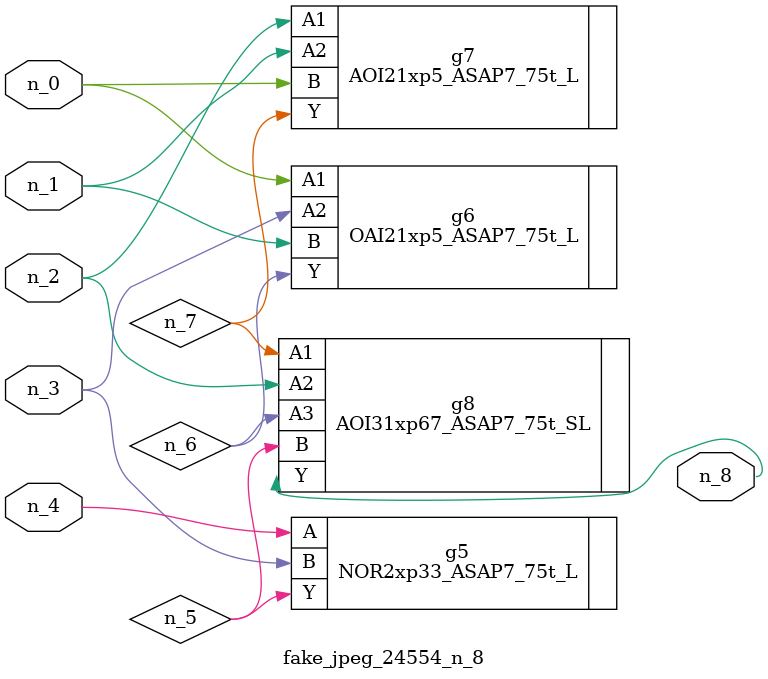
<source format=v>
module fake_jpeg_24554_n_8 (n_3, n_2, n_1, n_0, n_4, n_8);

input n_3;
input n_2;
input n_1;
input n_0;
input n_4;

output n_8;

wire n_6;
wire n_5;
wire n_7;

NOR2xp33_ASAP7_75t_L g5 ( 
.A(n_4),
.B(n_3),
.Y(n_5)
);

OAI21xp5_ASAP7_75t_L g6 ( 
.A1(n_0),
.A2(n_3),
.B(n_1),
.Y(n_6)
);

AOI21xp5_ASAP7_75t_L g7 ( 
.A1(n_2),
.A2(n_1),
.B(n_0),
.Y(n_7)
);

AOI31xp67_ASAP7_75t_SL g8 ( 
.A1(n_7),
.A2(n_2),
.A3(n_6),
.B(n_5),
.Y(n_8)
);


endmodule
</source>
